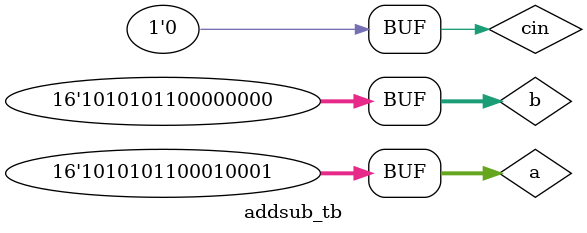
<source format=v>
module addsub_tb;
reg [15:0] a;
reg [15:0] b;
reg cin;
wire [15:0] sum;
wire cout;
addsub u1(a,b,cin,sum,cout);
initial begin
$monitor("%d a=%b, b=%b, cin=%b, sum=%b, cout=%b",$time, a, b, cin, sum, cout);
#20
a=16'hAA00;
b=16'hAA00;
cin=1;
#20
a=16'hAA11;
b=16'hAA11;
cin=1;
#20
a=16'hAA11;
b=16'hAA00;
cin=0;
#20
a=16'hAA11;
b=16'hAA11;
cin=0;
#20
a=16'hAB11;
b=16'hAB00;
cin=0;
end
endmodule


 

</source>
